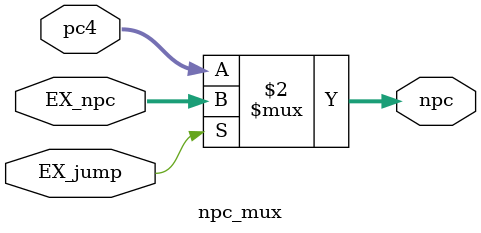
<source format=v>
`timescale 1ns / 1ps


module npc_mux(
    input wire [31:0] EX_npc,
    input wire EX_jump,
    input wire [31:0] pc4,

    output wire [31:0] npc
    );

    assign npc = (! EX_jump) ? pc4 : EX_npc;

endmodule

</source>
